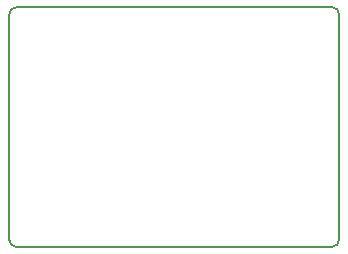
<source format=gbr>
G04 start of page 4 for group 2 idx 6 *
G04 Title: (unknown), outline *
G04 Creator: pcb 20110918 *
G04 CreationDate: Sun Sep  1 23:50:23 2013 UTC *
G04 For: mokus *
G04 Format: Gerber/RS-274X *
G04 PCB-Dimensions: 110000 80000 *
G04 PCB-Coordinate-Origin: lower left *
%MOIN*%
%FSLAX25Y25*%
%LNOUTLINE*%
%ADD134C,0.0060*%
G54D134*X2500Y80000D02*X107500D01*
X110000Y77500D02*Y2500D01*
X107500Y0D02*X2500D01*
X0Y2500D02*Y77500D01*
G75*G02X2500Y80000I2500J0D01*G01*
X107500D02*G75*G02X110000Y77500I0J-2500D01*G01*
X107500Y0D02*G75*G03X110000Y2500I0J2500D01*G01*
X2500Y0D02*G75*G02X0Y2500I0J2500D01*G01*
M02*

</source>
